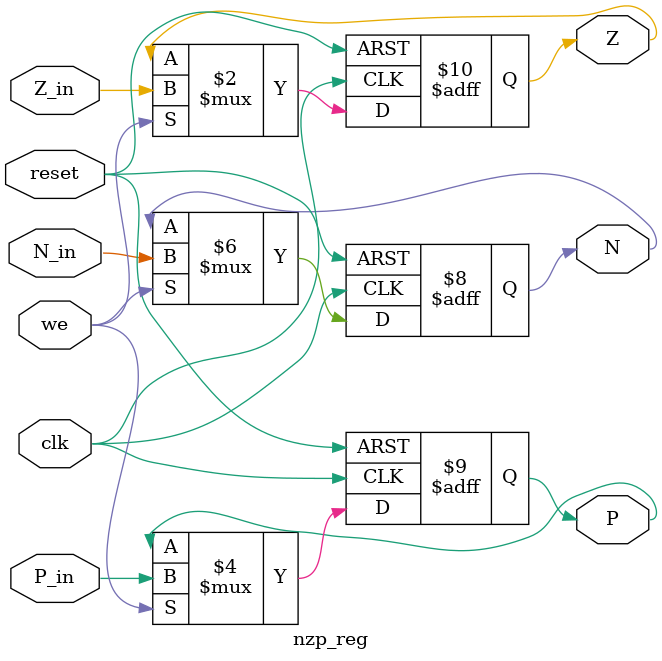
<source format=v>
module nzp_reg (
    input  clk,
    input  reset,
    input  we,      // write enable for flags (from control unit)
    input  N_in,
    input  Z_in,
    input  P_in,
    output reg N,
    output reg Z,
    output reg P
);
    always @(posedge clk or posedge reset) begin
        if (reset) begin
            // On reset: Z = 1, N = P = 0 (value considered 0)
            N <= 1'b0;
            Z <= 1'b1;
            P <= 1'b0;
        end else if (we) begin
            N <= N_in;
            Z <= Z_in;
            P <= P_in;
        end
    end
endmodule

</source>
